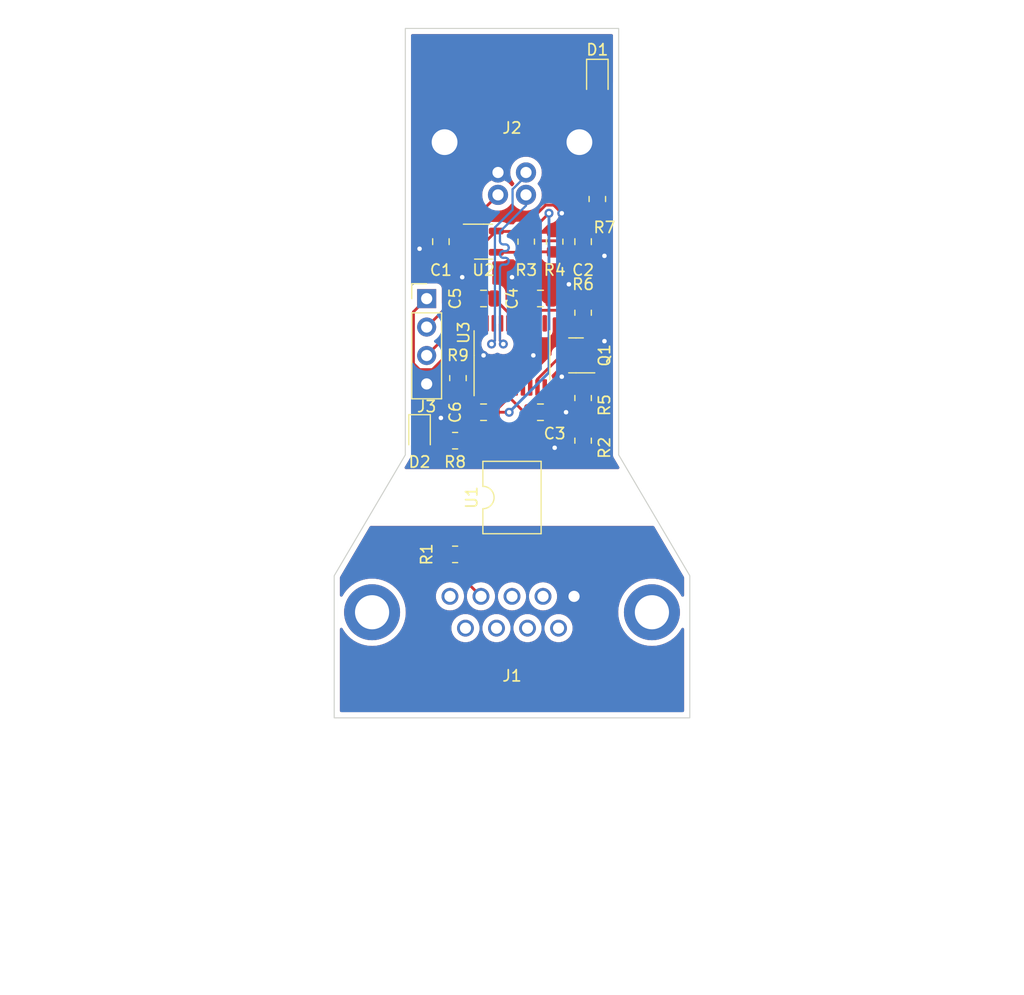
<source format=kicad_pcb>
(kicad_pcb (version 20210824) (generator pcbnew)
  (layers (0 "F.Cu" signal) (31 "B.Cu" signal) (34 "B.Paste" user) (35 "F.Paste" user) (36 "B.SilkS" user "B.Silkscreen") (37 "F.SilkS" user "F.Silkscreen") (38 "B.Mask" user) (39 "F.Mask" user) (44 "Edge.Cuts" user))
  (net 0 "")
  (net 1 "+5V")
  (net 2 "GND")
  (net 3 "+3V3")
  (net 4 "LED")
  (net 6 "OSC_TX")
  (net 7 "OSC_RX")
  (net 9 "GNDS")
  (net 11 "OSC_CTS")
  (net 12 "OSC_RTS")
  (net 14 "D-")
  (net 15 "D+")
  (net 16 "TX")
  (net 17 "SWDIO")
  (net 18 "SWCLK")
  (net 19 "Net-(Q1-Pad1)")
  (net 20 "RX")
  (net 21 "Net-(R1-Pad2)")
  (net 22 "Net-(R3-Pad2)")
  (net 23 "Net-(R9-Pad2)")
  (net 33 "Net-(D1-Pad2)")
  (net 34 "Net-(D2-Pad2)")
  (footprint "Capacitor_SMD:C_0805_2012Metric" (layer "F.Cu") (at 139.7 76.2 -90)
    (fp_text reference "C1" (at 2.54 0 180) (layer "F.SilkS"))
    (fp_text value "1u")
    (fp_line (start -0.261252 0.735) (end 0.261252 0.735) (layer "F.SilkS") (width 0.12))
    (fp_line (start -0.261252 -0.735) (end 0.261252 -0.735) (layer "F.SilkS") (width 0.12))
    (pad "1" smd roundrect locked (at -0.95 0 270) (size 1 1.45) (layers "F.Cu" "F.Paste" "F.Mask") (net 1 "+5V"))
    (pad "2" smd roundrect locked (at 0.95 0 270) (size 1 1.45) (layers "F.Cu" "F.Paste" "F.Mask") (net 2 "GND"))
  )
  (footprint "Capacitor_SMD:C_0805_2012Metric" (layer "F.Cu") (at 152.4 76.2 -90)
    (fp_text reference "C2" (at 2.54 0 180) (layer "F.SilkS"))
    (fp_text value "1u")
    (fp_line (start -0.261252 0.735) (end 0.261252 0.735) (layer "F.SilkS") (width 0.12))
    (fp_line (start -0.261252 -0.735) (end 0.261252 -0.735) (layer "F.SilkS") (width 0.12))
    (pad "1" smd roundrect locked (at -0.95 0 270) (size 1 1.45) (layers "F.Cu" "F.Paste" "F.Mask") (net 3 "+3V3"))
    (pad "2" smd roundrect locked (at 0.95 0 270) (size 1 1.45) (layers "F.Cu" "F.Paste" "F.Mask") (net 2 "GND"))
  )
  (footprint "misc:UJ2-BH-TH" (layer "F.Cu") (at 146.05 67.31 180)
    (fp_text reference "J2" (at 0 1.27 unlocked) (layer "F.SilkS"))
    (fp_text value "USB_B")
    (pad "1" thru_hole circle (at 1.25 -4.71 180) (size 1.8 1.8) (drill 1) (layers *.Cu *.Mask) (net 1 "+5V"))
    (pad "2" thru_hole circle (at -1.25 -4.71 180) (size 1.8 1.8) (drill 1) (layers *.Cu *.Mask) (net 14 "D-"))
    (pad "3" thru_hole circle (at -1.25 -2.71 180) (size 1.8 1.8) (drill 1) (layers *.Cu *.Mask) (net 15 "D+"))
    (pad "4" thru_hole circle (at 1.25 -2.71 180) (size 1.8 1.8) (drill 1) (layers *.Cu *.Mask) (net 2 "GND"))
    (pad "5" thru_hole circle (at 6.02 0 180) (size 4 4) (drill 2.3) (layers *.Cu *.Mask) (net 2 "GND"))
    (pad "5" thru_hole circle (at -6.02 0 180) (size 4 4) (drill 2.3) (layers *.Cu *.Mask) (net 2 "GND"))
  )
  (footprint "Package_SO:TSSOP-20_4.4x6.5mm_P0.65mm" (layer "F.Cu") (at 146.05 86.36 90)
    (fp_text reference "U3" (at 2.032 -4.318 90) (layer "F.SilkS"))
    (fp_text value "STM32F042F4Px")
    (fp_line (start 0 -3.385) (end 2.2 -3.385) (layer "F.SilkS") (width 0.12))
    (fp_line (start 0 3.385) (end 2.2 3.385) (layer "F.SilkS") (width 0.12))
    (fp_line (start 0 -3.385) (end -3.6 -3.385) (layer "F.SilkS") (width 0.12))
    (fp_line (start 0 3.385) (end -2.2 3.385) (layer "F.SilkS") (width 0.12))
    (pad "1" smd roundrect locked (at -2.8625 -2.925 90) (size 1.475 0.4) (layers "F.Cu" "F.Paste" "F.Mask") (net 23 "Net-(R9-Pad2)"))
    (pad "2" smd roundrect locked (at -2.8625 -2.275 90) (size 1.475 0.4) (layers "F.Cu" "F.Paste" "F.Mask"))
    (pad "3" smd roundrect locked (at -2.8625 -1.625 90) (size 1.475 0.4) (layers "F.Cu" "F.Paste" "F.Mask"))
    (pad "4" smd roundrect locked (at -2.8625 -0.975 90) (size 1.475 0.4) (layers "F.Cu" "F.Paste" "F.Mask"))
    (pad "5" smd roundrect locked (at -2.8625 -0.325 90) (size 1.475 0.4) (layers "F.Cu" "F.Paste" "F.Mask") (net 3 "+3V3"))
    (pad "6" smd roundrect locked (at -2.8625 0.325 90) (size 1.475 0.4) (layers "F.Cu" "F.Paste" "F.Mask") (net 4 "LED"))
    (pad "7" smd roundrect locked (at -2.8625 0.975 90) (size 1.475 0.4) (layers "F.Cu" "F.Paste" "F.Mask"))
    (pad "8" smd roundrect locked (at -2.8625 1.625 90) (size 1.475 0.4) (layers "F.Cu" "F.Paste" "F.Mask") (net 16 "TX"))
    (pad "9" smd roundrect locked (at -2.8625 2.275 90) (size 1.475 0.4) (layers "F.Cu" "F.Paste" "F.Mask") (net 20 "RX"))
    (pad "10" smd roundrect locked (at -2.8625 2.925 90) (size 1.475 0.4) (layers "F.Cu" "F.Paste" "F.Mask"))
    (pad "11" smd roundrect locked (at 2.8625 2.925 90) (size 1.475 0.4) (layers "F.Cu" "F.Paste" "F.Mask"))
    (pad "12" smd roundrect locked (at 2.8625 2.275 90) (size 1.475 0.4) (layers "F.Cu" "F.Paste" "F.Mask"))
    (pad "13" smd roundrect locked (at 2.8625 1.625 90) (size 1.475 0.4) (layers "F.Cu" "F.Paste" "F.Mask"))
    (pad "14" smd roundrect locked (at 2.8625 0.975 90) (size 1.475 0.4) (layers "F.Cu" "F.Paste" "F.Mask"))
    (pad "15" smd roundrect locked (at 2.8625 0.325 90) (size 1.475 0.4) (layers "F.Cu" "F.Paste" "F.Mask") (net 2 "GND"))
    (pad "16" smd roundrect locked (at 2.8625 -0.325 90) (size 1.475 0.4) (layers "F.Cu" "F.Paste" "F.Mask") (net 3 "+3V3"))
    (pad "17" smd roundrect locked (at 2.8625 -0.975 90) (size 1.475 0.4) (layers "F.Cu" "F.Paste" "F.Mask") (net 14 "D-"))
    (pad "18" smd roundrect locked (at 2.8625 -1.625 90) (size 1.475 0.4) (layers "F.Cu" "F.Paste" "F.Mask") (net 15 "D+"))
    (pad "19" smd roundrect locked (at 2.8625 -2.275 90) (size 1.475 0.4) (layers "F.Cu" "F.Paste" "F.Mask") (net 17 "SWDIO"))
    (pad "20" smd roundrect locked (at 2.8625 -2.925 90) (size 1.475 0.4) (layers "F.Cu" "F.Paste" "F.Mask") (net 18 "SWCLK"))
  )
  (footprint "Package_TO_SOT_SMD:SOT-23" (layer "F.Cu") (at 151.765 86.36 180)
    (fp_text reference "Q1" (at -2.54 0 90) (layer "F.SilkS"))
    (fp_text value "MMBTA06")
    (fp_line (start 0 -1.56) (end 0.65 -1.56) (layer "F.SilkS") (width 0.12))
    (fp_line (start 0 1.56) (end 0.65 1.56) (layer "F.SilkS") (width 0.12))
    (fp_line (start 0 1.56) (end -0.65 1.56) (layer "F.SilkS") (width 0.12))
    (fp_line (start 0 -1.56) (end -1.675 -1.56) (layer "F.SilkS") (width 0.12))
    (pad "1" smd roundrect locked (at -0.9375 -0.95 180) (size 1.475 0.6) (layers "F.Cu" "F.Paste" "F.Mask") (net 19 "Net-(Q1-Pad1)"))
    (pad "2" smd roundrect locked (at -0.9375 0.95 180) (size 1.475 0.6) (layers "F.Cu" "F.Paste" "F.Mask") (net 2 "GND"))
    (pad "3" smd roundrect locked (at 0.9375 0 180) (size 1.475 0.6) (layers "F.Cu" "F.Paste" "F.Mask") (net 20 "RX"))
  )
  (footprint "misc:A-DS 09 A_KG-T4S" (layer "F.Cu") (at 146.05 113.57)
    (fp_text reference "J1" (at 0 1.42 unlocked) (layer "F.SilkS"))
    (fp_text value "DB9_Male")
    (pad "0" thru_hole circle (at -12.495 -4.26) (size 5 5) (drill 3.05) (layers *.Cu *.Mask))
    (pad "0" thru_hole circle (at 12.495 -4.26) (size 5 5) (drill 3.05) (layers *.Cu *.Mask))
    (pad "1" thru_hole circle (at -5.54 -5.68) (size 1.5 1.5) (drill 1) (layers *.Cu *.Mask))
    (pad "2" thru_hole circle (at -2.77 -5.68) (size 1.5 1.5) (drill 1) (layers *.Cu *.Mask) (net 6 "OSC_TX"))
    (pad "3" thru_hole circle (at 0 -5.68) (size 1.5 1.5) (drill 1) (layers *.Cu *.Mask) (net 7 "OSC_RX"))
    (pad "4" thru_hole circle (at 2.77 -5.68) (size 1.5 1.5) (drill 1) (layers *.Cu *.Mask))
    (pad "5" thru_hole circle (at 5.54 -5.68) (size 1.5 1.5) (drill 1) (layers *.Cu *.Mask) (net 9 "GNDS"))
    (pad "6" thru_hole circle (at -4.155 -2.84) (size 1.5 1.5) (drill 1) (layers *.Cu *.Mask))
    (pad "7" thru_hole circle (at -1.385 -2.84) (size 1.5 1.5) (drill 1) (layers *.Cu *.Mask) (net 11 "OSC_CTS"))
    (pad "8" thru_hole circle (at 1.385 -2.84) (size 1.5 1.5) (drill 1) (layers *.Cu *.Mask) (net 12 "OSC_RTS"))
    (pad "9" thru_hole circle (at 4.155 -2.84) (size 1.5 1.5) (drill 1) (layers *.Cu *.Mask))
  )
  (footprint "LED_SMD:LED_0805_2012Metric" (layer "F.Cu") (at 137.795 93.345 -90)
    (fp_text reference "D2" (at 2.54 0 180) (layer "F.SilkS"))
    (fp_text value "LED")
    (fp_line (start -1.685 0.96) (end 1 0.96) (layer "F.SilkS") (width 0.12))
    (fp_line (start 1 -0.96) (end -1.685 -0.96) (layer "F.SilkS") (width 0.12))
    (fp_line (start -1.685 -0.96) (end -1.685 0.96) (layer "F.SilkS") (width 0.12))
    (pad "1" smd roundrect locked (at -0.9375 0 270) (size 0.975 1.4) (layers "F.Cu" "F.Paste" "F.Mask") (net 4 "LED"))
    (pad "2" smd roundrect locked (at 0.9375 0 270) (size 0.975 1.4) (layers "F.Cu" "F.Paste" "F.Mask") (net 34 "Net-(D2-Pad2)"))
  )
  (footprint "Resistor_SMD:R_0805_2012Metric" (layer "F.Cu") (at 149.86 76.2 90)
    (fp_text reference "R4" (at -2.54 0 180) (layer "F.SilkS"))
    (fp_text value "4k7")
    (fp_line (start -0.227064 -0.735) (end 0.227064 -0.735) (layer "F.SilkS") (width 0.12))
    (fp_line (start -0.227064 0.735) (end 0.227064 0.735) (layer "F.SilkS") (width 0.12))
    (pad "1" smd roundrect locked (at -0.9125 0 90) (size 1.025 1.4) (layers "F.Cu" "F.Paste" "F.Mask") (roundrect_rratio 0.243902439) (net 22 "Net-(R3-Pad2)"))
    (pad "2" smd roundrect locked (at 0.9125 0 90) (size 1.025 1.4) (layers "F.Cu" "F.Paste" "F.Mask") (roundrect_rratio 0.243902439) (net 2 "GND"))
  )
  (footprint "Resistor_SMD:R_0805_2012Metric" (layer "F.Cu") (at 147.32 76.2 -90)
    (fp_text reference "R3" (at 2.54 0 180) (layer "F.SilkS"))
    (fp_text value "15k")
    (fp_line (start -0.227064 -0.735) (end 0.227064 -0.735) (layer "F.SilkS") (width 0.12))
    (fp_line (start -0.227064 0.735) (end 0.227064 0.735) (layer "F.SilkS") (width 0.12))
    (pad "1" smd roundrect locked (at -0.9125 0 270) (size 1.025 1.4) (layers "F.Cu" "F.Paste" "F.Mask") (roundrect_rratio 0.243902439) (net 3 "+3V3"))
    (pad "2" smd roundrect locked (at 0.9125 0 270) (size 1.025 1.4) (layers "F.Cu" "F.Paste" "F.Mask") (roundrect_rratio 0.243902439) (net 22 "Net-(R3-Pad2)"))
  )
  (footprint "Resistor_SMD:R_0805_2012Metric" (layer "F.Cu") (at 153.67 72.39 90)
    (fp_text reference "R7" (at -2.54 0.635 180) (layer "F.SilkS"))
    (fp_text value "1k")
    (fp_line (start -0.227064 -0.735) (end 0.227064 -0.735) (layer "F.SilkS") (width 0.12))
    (fp_line (start -0.227064 0.735) (end 0.227064 0.735) (layer "F.SilkS") (width 0.12))
    (pad "1" smd roundrect locked (at -0.9125 0 90) (size 1.025 1.4) (layers "F.Cu" "F.Paste" "F.Mask") (roundrect_rratio 0.243902439) (net 3 "+3V3"))
    (pad "2" smd roundrect locked (at 0.9125 0 90) (size 1.025 1.4) (layers "F.Cu" "F.Paste" "F.Mask") (roundrect_rratio 0.243902439) (net 33 "Net-(D1-Pad2)"))
  )
  (footprint "Resistor_SMD:R_0805_2012Metric" (layer "F.Cu") (at 152.4 93.98 -90)
    (fp_text reference "R2" (at 0.635 -1.905 -90) (layer "F.SilkS"))
    (fp_text value "1k")
    (fp_line (start -0.227064 0.735) (end 0.227064 0.735) (layer "F.SilkS") (width 0.12))
    (fp_line (start -0.227064 -0.735) (end 0.227064 -0.735) (layer "F.SilkS") (width 0.12))
    (pad "1" smd roundrect locked (at -0.9125 0 270) (size 1.025 1.4) (layers "F.Cu" "F.Paste" "F.Mask") (roundrect_rratio 0.243902439) (net 3 "+3V3"))
    (pad "2" smd roundrect locked (at 0.9125 0 270) (size 1.025 1.4) (layers "F.Cu" "F.Paste" "F.Mask") (roundrect_rratio 0.243902439) (net 19 "Net-(Q1-Pad1)"))
  )
  (footprint "Resistor_SMD:R_0805_2012Metric" (layer "F.Cu") (at 140.97 93.98 180)
    (fp_text reference "R8" (at 0 -1.905) (layer "F.SilkS"))
    (fp_text value "1k")
    (fp_line (start -0.227064 -0.735) (end 0.227064 -0.735) (layer "F.SilkS") (width 0.12))
    (fp_line (start -0.227064 0.735) (end 0.227064 0.735) (layer "F.SilkS") (width 0.12))
    (pad "1" smd roundrect locked (at -0.9125 0 180) (size 1.025 1.4) (layers "F.Cu" "F.Paste" "F.Mask") (roundrect_rratio 0.243902439) (net 3 "+3V3"))
    (pad "2" smd roundrect locked (at 0.9125 0 180) (size 1.025 1.4) (layers "F.Cu" "F.Paste" "F.Mask") (roundrect_rratio 0.243902439) (net 34 "Net-(D2-Pad2)"))
  )
  (footprint "Resistor_SMD:R_0805_2012Metric" (layer "F.Cu") (at 152.4 90.17 90)
    (fp_text reference "R5" (at -0.635 1.905 90) (layer "F.SilkS"))
    (fp_text value "1k")
    (fp_line (start -0.227064 0.735) (end 0.227064 0.735) (layer "F.SilkS") (width 0.12))
    (fp_line (start -0.227064 -0.735) (end 0.227064 -0.735) (layer "F.SilkS") (width 0.12))
    (pad "1" smd roundrect locked (at -0.9125 0 90) (size 1.025 1.4) (layers "F.Cu" "F.Paste" "F.Mask") (roundrect_rratio 0.243902439) (net 3 "+3V3"))
    (pad "2" smd roundrect locked (at 0.9125 0 90) (size 1.025 1.4) (layers "F.Cu" "F.Paste" "F.Mask") (roundrect_rratio 0.243902439) (net 19 "Net-(Q1-Pad1)"))
  )
  (footprint "Resistor_SMD:R_0805_2012Metric" (layer "F.Cu") (at 140.97 104.14)
    (fp_text reference "R1" (at -2.54 0 90) (layer "F.SilkS"))
    (fp_text value "1k")
    (fp_line (start -0.227064 -0.735) (end 0.227064 -0.735) (layer "F.SilkS") (width 0.12))
    (fp_line (start -0.227064 0.735) (end 0.227064 0.735) (layer "F.SilkS") (width 0.12))
    (pad "1" smd roundrect locked (at -0.9125 0) (size 1.025 1.4) (layers "F.Cu" "F.Paste" "F.Mask") (roundrect_rratio 0.243902439) (net 6 "OSC_TX"))
    (pad "2" smd roundrect locked (at 0.9125 0) (size 1.025 1.4) (layers "F.Cu" "F.Paste" "F.Mask") (roundrect_rratio 0.243902439) (net 21 "Net-(R1-Pad2)"))
  )
  (footprint "Resistor_SMD:R_0805_2012Metric" (layer "F.Cu") (at 141.224 88.392 -90)
    (fp_text reference "R9" (at -2.032 0 180) (layer "F.SilkS"))
    (fp_text value "10k")
    (fp_line (start -0.227064 0.735) (end 0.227064 0.735) (layer "F.SilkS") (width 0.12))
    (fp_line (start -0.227064 -0.735) (end 0.227064 -0.735) (layer "F.SilkS") (width 0.12))
    (pad "1" smd roundrect locked (at -0.9125 0 270) (size 1.025 1.4) (layers "F.Cu" "F.Paste" "F.Mask") (roundrect_rratio 0.243902) (net 2 "GND"))
    (pad "2" smd roundrect locked (at 0.9125 0 270) (size 1.025 1.4) (layers "F.Cu" "F.Paste" "F.Mask") (roundrect_rratio 0.243902) (net 23 "Net-(R9-Pad2)"))
  )
  (footprint "Capacitor_SMD:C_0805_2012Metric" (layer "F.Cu") (at 148.59 91.44)
    (fp_text reference "C3" (at 1.27 1.905) (layer "F.SilkS"))
    (fp_text value "1u")
    (fp_line (start -0.261252 -0.735) (end 0.261252 -0.735) (layer "F.SilkS") (width 0.12))
    (fp_line (start -0.261252 0.735) (end 0.261252 0.735) (layer "F.SilkS") (width 0.12))
    (pad "1" smd roundrect locked (at -0.95 0) (size 1 1.45) (layers "F.Cu" "F.Paste" "F.Mask") (net 3 "+3V3"))
    (pad "2" smd roundrect locked (at 0.95 0) (size 1 1.45) (layers "F.Cu" "F.Paste" "F.Mask") (net 2 "GND"))
  )
  (footprint "Connector_PinHeader_2.54mm:PinHeader_1x04_P2.54mm_Vertical" (layer "F.Cu") (at 138.43 81.29)
    (fp_text reference "J3" (at 0 9.642) (layer "F.SilkS"))
    (fp_text value "Conn_01x04")
    (fp_line (start -1.33 1.27) (end -1.33 8.95) (layer "F.SilkS") (width 0.12))
    (fp_line (start -1.33 8.95) (end 1.33 8.95) (layer "F.SilkS") (width 0.12))
    (fp_line (start -1.33 -1.33) (end 0 -1.33) (layer "F.SilkS") (width 0.12))
    (fp_line (start -1.33 1.27) (end 1.33 1.27) (layer "F.SilkS") (width 0.12))
    (fp_line (start -1.33 0) (end -1.33 -1.33) (layer "F.SilkS") (width 0.12))
    (fp_line (start 1.33 1.27) (end 1.33 8.95) (layer "F.SilkS") (width 0.12))
    (pad "1" thru_hole rect locked (at 0 0) (size 1.7 1.7) (drill 1) (layers *.Cu *.Mask) (net 16 "TX"))
    (pad "2" thru_hole oval locked (at 0 2.54) (size 1.7 1.7) (drill 1) (layers *.Cu *.Mask) (net 17 "SWDIO"))
    (pad "3" thru_hole oval locked (at 0 5.08) (size 1.7 1.7) (drill 1) (layers *.Cu *.Mask) (net 18 "SWCLK"))
    (pad "4" thru_hole oval locked (at 0 7.62) (size 1.7 1.7) (drill 1) (layers *.Cu *.Mask) (net 2 "GND"))
  )
  (footprint "LED_SMD:LED_0805_2012Metric" (layer "F.Cu") (at 153.67 61.595 -90)
    (fp_text reference "D1" (at -2.54 0 180) (layer "F.SilkS"))
    (fp_text value "LED")
    (fp_line (start -1.685 -0.96) (end -1.685 0.96) (layer "F.SilkS") (width 0.12))
    (fp_line (start -1.685 0.96) (end 1 0.96) (layer "F.SilkS") (width 0.12))
    (fp_line (start 1 -0.96) (end -1.685 -0.96) (layer "F.SilkS") (width 0.12))
    (pad "1" smd roundrect locked (at -0.9375 0 270) (size 0.975 1.4) (layers "F.Cu" "F.Paste" "F.Mask") (net 2 "GND"))
    (pad "2" smd roundrect locked (at 0.9375 0 270) (size 0.975 1.4) (layers "F.Cu" "F.Paste" "F.Mask") (net 33 "Net-(D1-Pad2)"))
  )
  (footprint "Capacitor_SMD:C_0805_2012Metric" (layer "F.Cu") (at 143.51 91.44 180)
    (fp_text reference "C6" (at 2.54 0 90) (layer "F.SilkS"))
    (fp_text value "10n")
    (fp_line (start -0.261252 0.735) (end 0.261252 0.735) (layer "F.SilkS") (width 0.12))
    (fp_line (start -0.261252 -0.735) (end 0.261252 -0.735) (layer "F.SilkS") (width 0.12))
    (pad "1" smd roundrect locked (at -0.95 0 180) (size 1 1.45) (layers "F.Cu" "F.Paste" "F.Mask") (net 3 "+3V3"))
    (pad "2" smd roundrect locked (at 0.95 0 180) (size 1 1.45) (layers "F.Cu" "F.Paste" "F.Mask") (net 2 "GND"))
  )
  (footprint "Package_DIP:SMDIP-4_W9.53mm" (layer "F.Cu") (at 146.05 99.06 90)
    (fp_text reference "U1" (at 0 -3.6 90) (layer "F.SilkS"))
    (fp_text value "140817143300")
    (fp_line (start 3.235 -2.6) (end 1 -2.6) (layer "F.SilkS") (width 0.12))
    (fp_line (start -1 -2.6) (end -3.235 -2.6) (layer "F.SilkS") (width 0.12))
    (fp_line (start -3.235 -2.6) (end -3.235 2.6) (layer "F.SilkS") (width 0.12))
    (fp_line (start 3.235 2.6) (end 3.235 -2.6) (layer "F.SilkS") (width 0.12))
    (fp_line (start -3.235 2.6) (end 3.235 2.6) (layer "F.SilkS") (width 0.12))
    (fp_arc (start 0 -2.6) (end -1 -2.6) (angle -180) (layer "F.SilkS") (width 0.12))
    (pad "1" smd rect locked (at -4.765 -1.27 90) (size 2 1.78) (layers "F.Cu" "F.Paste" "F.Mask") (net 21 "Net-(R1-Pad2)"))
    (pad "2" smd rect locked (at -4.765 1.27 90) (size 2 1.78) (layers "F.Cu" "F.Paste" "F.Mask") (net 9 "GNDS"))
    (pad "3" smd rect locked (at 4.765 1.27 90) (size 2 1.78) (layers "F.Cu" "F.Paste" "F.Mask") (net 2 "GND"))
    (pad "4" smd rect locked (at 4.765 -1.27 90) (size 2 1.78) (layers "F.Cu" "F.Paste" "F.Mask") (net 19 "Net-(Q1-Pad1)"))
  )
  (footprint "Capacitor_SMD:C_0805_2012Metric" (layer "F.Cu") (at 148.59 81.28)
    (fp_text reference "C4" (at -2.54 0 90) (layer "F.SilkS"))
    (fp_text value "4u7")
    (fp_line (start -0.261252 -0.735) (end 0.261252 -0.735) (layer "F.SilkS") (width 0.12))
    (fp_line (start -0.261252 0.735) (end 0.261252 0.735) (layer "F.SilkS") (width 0.12))
    (pad "1" smd roundrect locked (at -0.95 0) (size 1 1.45) (layers "F.Cu" "F.Paste" "F.Mask") (net 3 "+3V3"))
    (pad "2" smd roundrect locked (at 0.95 0) (size 1 1.45) (layers "F.Cu" "F.Paste" "F.Mask") (net 2 "GND"))
  )
  (footprint "Capacitor_SMD:C_0805_2012Metric" (layer "F.Cu") (at 143.51 81.28 180)
    (fp_text reference "C5" (at 2.54 0 90) (layer "F.SilkS"))
    (fp_text value "100n")
    (fp_line (start -0.261252 0.735) (end 0.261252 0.735) (layer "F.SilkS") (width 0.12))
    (fp_line (start -0.261252 -0.735) (end 0.261252 -0.735) (layer "F.SilkS") (width 0.12))
    (pad "1" smd roundrect locked (at -0.95 0 180) (size 1 1.45) (layers "F.Cu" "F.Paste" "F.Mask") (net 3 "+3V3"))
    (pad "2" smd roundrect locked (at 0.95 0 180) (size 1 1.45) (layers "F.Cu" "F.Paste" "F.Mask") (net 2 "GND"))
  )
  (footprint "Package_TO_SOT_SMD:SOT-23-5" (layer "F.Cu") (at 143.51 76.2)
    (fp_text reference "U2" (at 0 2.54) (layer "F.SilkS"))
    (fp_text value "AP7335")
    (fp_line (start 0 -1.56) (end 0.8 -1.56) (layer "F.SilkS") (width 0.12))
    (fp_line (start 0 1.56) (end 0.8 1.56) (layer "F.SilkS") (width 0.12))
    (fp_line (start 0 -1.56) (end -1.8 -1.56) (layer "F.SilkS") (width 0.12))
    (fp_line (start 0 1.56) (end -0.8 1.56) (layer "F.SilkS") (width 0.12))
    (pad "1" smd roundrect locked (at -1.1375 -0.95) (size 1.325 0.6) (layers "F.Cu" "F.Paste" "F.Mask") (net 1 "+5V"))
    (pad "2" smd roundrect locked (at -1.1375 0) (size 1.325 0.6) (layers "F.Cu" "F.Paste" "F.Mask") (net 2 "GND"))
    (pad "3" smd roundrect locked (at -1.1375 0.95) (size 1.325 0.6) (layers "F.Cu" "F.Paste" "F.Mask") (net 1 "+5V"))
    (pad "4" smd roundrect locked (at 1.1375 0.95) (size 1.325 0.6) (layers "F.Cu" "F.Paste" "F.Mask") (net 22 "Net-(R3-Pad2)"))
    (pad "5" smd roundrect locked (at 1.1375 -0.95) (size 1.325 0.6) (layers "F.Cu" "F.Paste" "F.Mask") (net 3 "+3V3"))
  )
  (footprint "Resistor_SMD:R_0805_2012Metric" (layer "F.Cu") (at 152.4 82.55 -90)
    (fp_text reference "R6" (at -2.54 0) (layer "F.SilkS"))
    (fp_text value "1k")
    (fp_line (start -0.227064 -0.735) (end 0.227064 -0.735) (layer "F.SilkS") (width 0.12))
    (fp_line (start -0.227064 0.735) (end 0.227064 0.735) (layer "F.SilkS") (width 0.12))
    (pad "1" smd roundrect locked (at -0.9125 0 270) (size 1.025 1.4) (layers "F.Cu" "F.Paste" "F.Mask") (roundrect_rratio 0.243902439) (net 3 "+3V3"))
    (pad "2" smd roundrect locked (at 0.9125 0 270) (size 1.025 1.4) (layers "F.Cu" "F.Paste" "F.Mask") (roundrect_rratio 0.243902439) (net 20 "RX"))
  )
  (gr_poly (pts (xy 155.575 95.25) (xy 161.925 106.045) (xy 161.925 118.745) (xy 130.175 118.745) (xy 130.175 106.045) (xy 136.525 95.25) (xy 136.525 57.15) (xy 155.575 57.15)) (layer "Edge.Cuts") (width 0.1) (fill none))
  (segment (start 141.29 76.73) (end 141.29 75.25) (width 0.25) (layer "F.Cu") (net 1))
  (segment (start 144.8 72.02) (end 142.3725 74.4475) (width 0.25) (layer "F.Cu") (net 1))
  (segment (start 142.3725 74.4475) (end 142.3725 75.25) (width 0.25) (layer "F.Cu") (net 1))
  (segment (start 139.7 75.25) (end 141.29 75.25) (width 0.25) (layer "F.Cu") (net 1))
  (segment (start 142.3725 77.15) (end 141.71 77.15) (width 0.25) (layer "F.Cu") (net 1))
  (segment (start 141.71 77.15) (end 141.29 76.73) (width 0.25) (layer "F.Cu") (net 1))
  (segment (start 141.29 75.25) (end 142.3725 75.25) (width 0.25) (layer "F.Cu") (net 1))
  (segment (start 141.224 87.4795) (end 139.8605 87.4795) (width 0.25) (layer "F.Cu") (net 2))
  (segment (start 146.375 83.4975) (end 146.375 84.78) (width 0.25) (layer "F.Cu") (net 2))
  (segment (start 149.051897 72.935489) (end 149.770489 72.935489) (width 0.25) (layer "F.Cu") (net 2))
  (segment (start 147.955 74.295) (end 147.955 74.032386) (width 0.25) (layer "F.Cu") (net 2))
  (segment (start 143.51 74.93) (end 144.145 74.295) (width 0.25) (layer "F.Cu") (net 2))
  (segment (start 149.770489 72.935489) (end 150.495 73.66) (width 0.25) (layer "F.Cu") (net 2))
  (segment (start 142.3725 76.2) (end 143.035 76.2) (width 0.25) (layer "F.Cu") (net 2))
  (segment (start 146.375 84.78) (end 147.955 86.36) (width 0.25) (layer "F.Cu") (net 2))
  (segment (start 144.145 74.295) (end 147.955 74.295) (width 0.25) (layer "F.Cu") (net 2))
  (segment (start 147.955 74.032386) (end 149.051897 72.935489) (width 0.25) (layer "F.Cu") (net 2))
  (segment (start 143.51 75.725) (end 143.51 74.93) (width 0.25) (layer "F.Cu") (net 2))
  (segment (start 139.8605 87.4795) (end 138.43 88.91) (width 0.25) (layer "F.Cu") (net 2))
  (segment (start 143.035 76.2) (end 143.51 75.725) (width 0.25) (layer "F.Cu") (net 2))
  (via (at 143.51 86.36) (size 0.8) (drill 0.4) (layers "F.Cu" "B.Cu") (net 2))
  (via (at 146.05 79.375) (size 0.8) (drill 0.4) (layers "F.Cu" "B.Cu") (net 2))
  (via (at 137.795 76.835) (size 0.8) (drill 0.4) (layers "F.Cu" "B.Cu") (net 2))
  (via (at 149.86 94.615) (size 0.8) (drill 0.4) (layers "F.Cu" "B.Cu") (net 2))
  (via (at 150.495 88.265) (size 0.8) (drill 0.4) (layers "F.Cu" "B.Cu") (net 2))
  (via (at 150.876 91.44) (size 0.8) (drill 0.4) (layers "F.Cu" "B.Cu") (net 2))
  (via (at 154.305 77.47) (size 0.8) (drill 0.4) (layers "F.Cu" "B.Cu") (net 2))
  (via (at 147.955 86.36) (size 0.8) (drill 0.4) (layers "F.Cu" "B.Cu") (net 2))
  (via (at 151.13 80.01) (size 0.8) (drill 0.4) (layers "F.Cu" "B.Cu") (net 2))
  (via (at 150.495 73.66) (size 0.8) (drill 0.4) (layers "F.Cu" "B.Cu") (net 2))
  (via (at 141.605 79.375) (size 0.8) (drill 0.4) (layers "F.Cu" "B.Cu") (net 2))
  (via (at 154.305 85.09) (size 0.8) (drill 0.4) (layers "F.Cu" "B.Cu") (net 2))
  (via (at 139.7 91.948) (size 0.8) (drill 0.4) (layers "F.Cu" "B.Cu") (net 2))
  (segment (start 147.32 75.2875) (end 148.15702 76.12452) (width 0.25) (layer "F.Cu") (net 3))
  (segment (start 145.725 90.175) (end 145.725 89.2225) (width 0.25) (layer "F.Cu") (net 3))
  (segment (start 148.68952 92.48952) (end 147.64 91.44) (width 0.25) (layer "F.Cu") (net 3))
  (segment (start 144.46 81.28) (end 143.66048 80.48048) (width 0.25) (layer "F.Cu") (net 3))
  (segment (start 148.15702 76.12452) (end 151.52548 76.12452) (width 0.25) (layer "F.Cu") (net 3))
  (segment (start 147.14 91.44) (end 145.725 90.025) (width 0.25) (layer "F.Cu") (net 3))
  (segment (start 144.46 91.44) (end 145.796 91.44) (width 0.25) (layer "F.Cu") (net 3))
  (segment (start 144.46 91.44) (end 145.725 90.175) (width 0.25) (layer "F.Cu") (net 3))
  (segment (start 150.99298 92.48952) (end 148.68952 92.48952) (width 0.25) (layer "F.Cu") (net 3))
  (segment (start 152.4 81.6375) (end 151.70798 82.32952) (width 0.25) (layer "F.Cu") (net 3))
  (segment (start 147.64 91.44) (end 147.14 91.44) (width 0.25) (layer "F.Cu") (net 3))
  (segment (start 151.70798 82.32952) (end 148.68952 82.32952) (width 0.25) (layer "F.Cu") (net 3))
  (segment (start 145.725 90.025) (end 145.725 89.2225) (width 0.25) (layer "F.Cu") (net 3))
  (segment (start 147.7245 75.2875) (end 147.32 75.2875) (width 0.25) (layer "F.Cu") (net 3))
  (segment (start 149.352 73.66) (end 147.7245 75.2875) (width 0.25) (layer "F.Cu") (net 3))
  (segment (start 151.52548 76.12452) (end 152.4 75.25) (width 0.25) (layer "F.Cu") (net 3))
  (segment (start 143.66048 76.23702) (end 144.6475 75.25) (width 0.25) (layer "F.Cu") (net 3))
  (segment (start 152.4 74.5725) (end 153.67 73.3025) (width 0.25) (layer "F.Cu") (net 3))
  (segment (start 143.66048 80.48048) (end 143.66048 76.23702) (width 0.25) (layer "F.Cu") (net 3))
  (segment (start 145.725 82.76) (end 147.205 81.28) (width 0.25) (layer "F.Cu") (net 3))
  (segment (start 141.92 93.98) (end 144.46 91.44) (width 0.25) (layer "F.Cu") (net 3))
  (segment (start 152.4 93.0675) (end 152.4 91.0825) (width 0.25) (layer "F.Cu") (net 3))
  (segment (start 147.32 75.2875) (end 144.685 75.2875) (width 0.25) (layer "F.Cu") (net 3))
  (segment (start 145.725 83.4975) (end 145.725 82.76) (width 0.25) (layer "F.Cu") (net 3))
  (segment (start 148.68952 82.32952) (end 147.64 81.28) (width 0.25) (layer "F.Cu") (net 3))
  (segment (start 152.4 91.0825) (end 150.99298 92.48952) (width 0.25) (layer "F.Cu") (net 3))
  (segment (start 147.205 81.28) (end 147.64 81.28) (width 0.25) (layer "F.Cu") (net 3))
  (segment (start 141.8825 93.98) (end 141.92 93.98) (width 0.25) (layer "F.Cu") (net 3))
  (segment (start 145.725 82.545) (end 144.46 81.28) (width 0.25) (layer "F.Cu") (net 3))
  (segment (start 144.685 75.2875) (end 144.6475 75.25) (width 0.25) (layer "F.Cu") (net 3))
  (segment (start 152.4 75.25) (end 152.4 74.5725) (width 0.25) (layer "F.Cu") (net 3))
  (segment (start 145.725 83.4975) (end 145.725 82.545) (width 0.25) (layer "F.Cu") (net 3))
  (via (at 149.352 73.66) (size 0.8) (drill 0.4) (layers "F.Cu" "B.Cu") (net 3))
  (via (at 145.796 91.44) (size 0.8) (drill 0.4) (layers "F.Cu" "B.Cu") (net 3))
  (segment (start 145.796 91.44) (end 149.352 87.884) (width 0.25) (layer "B.Cu") (net 3))
  (segment (start 149.352 87.884) (end 149.352 73.66) (width 0.25) (layer "B.Cu") (net 3))
  (segment (start 139.7 88.9) (end 139.7 90.5025) (width 0.25) (layer "F.Cu") (net 4))
  (segment (start 146.375 89.2225) (end 146.375 88.485) (width 0.25) (layer "F.Cu") (net 4))
  (segment (start 146.375 88.485) (end 146.05048 88.16048) (width 0.25) (layer "F.Cu") (net 4))
  (segment (start 141.843566 88.392) (end 140.208 88.392) (width 0.25) (layer "F.Cu") (net 4))
  (segment (start 139.7 90.5025) (end 137.795 92.4075) (width 0.25) (layer "F.Cu") (net 4))
  (segment (start 142.075086 88.16048) (end 141.843566 88.392) (width 0.25) (layer "F.Cu") (net 4))
  (segment (start 140.208 88.392) (end 139.7 88.9) (width 0.25) (layer "F.Cu") (net 4))
  (segment (start 146.05048 88.16048) (end 142.075086 88.16048) (width 0.25) (layer "F.Cu") (net 4))
  (segment (start 140.0575 104.6675) (end 140.0575 104.14) (width 0.25) (layer "F.Cu") (net 6))
  (segment (start 143.28 107.89) (end 140.0575 104.6675) (width 0.25) (layer "F.Cu") (net 6))
  (segment (start 144.975001 85.046538) (end 145.275 85.346537) (width 0.2) (layer "F.Cu") (net 14))
  (segment (start 144.975001 83.597499) (end 144.975001 85.046538) (width 0.2) (layer "F.Cu") (net 14))
  (segment (start 145.075 83.4975) (end 144.975001 83.597499) (width 0.2) (layer "F.Cu") (net 14))
  (via (at 145.275 85.346537) (size 0.8) (drill 0.4) (layers "F.Cu" "B.Cu") (net 14))
  (segment (start 147.3 72.9822) (end 147.3 72.02) (width 0.2) (layer "B.Cu") (net 14))
  (segment (start 144.975001 76.144999) (end 144.975001 76.094999) (width 0.2) (layer "B.Cu") (net 14))
  (segment (start 145.4634 77.644999) (end 145.275001 77.644999) (width 0.2) (layer "B.Cu") (net 14))
  (segment (start 145.4634 76.444999) (end 145.275001 76.444999) (width 0.2) (layer "B.Cu") (net 14))
  (segment (start 144.975001 75.307199) (end 147.3 72.9822) (width 0.2) (layer "B.Cu") (net 14))
  (segment (start 144.975001 85.046538) (end 144.975001 78.544999) (width 0.2) (layer "B.Cu") (net 14))
  (segment (start 144.975001 76.094999) (end 144.975001 75.307199) (width 0.2) (layer "B.Cu") (net 14))
  (segment (start 145.275001 78.244999) (end 145.4634 78.244999) (width 0.2) (layer "B.Cu") (net 14))
  (segment (start 145.275 85.346537) (end 144.975001 85.046538) (width 0.2) (layer "B.Cu") (net 14))
  (segment (start 145.275001 77.044999) (end 145.4634 77.044999) (width 0.2) (layer "B.Cu") (net 14))
  (arc (start 145.275001 76.444999) (mid 145.062869 76.357131) (end 144.975001 76.144999) (width 0.2) (layer "B.Cu") (net 14))
  (arc (start 145.275001 77.644999) (mid 145.062869 77.557131) (end 144.975001 77.344999) (width 0.2) (layer "B.Cu") (net 14))
  (arc (start 145.4634 77.044999) (mid 145.675532 76.957131) (end 145.7634 76.744999) (width 0.2) (layer "B.Cu") (net 14))
  (arc (start 145.7634 76.744999) (mid 145.675532 76.532867) (end 145.4634 76.444999) (width 0.2) (layer "B.Cu") (net 14))
  (arc (start 145.7634 77.944999) (mid 145.675532 77.732867) (end 145.4634 77.644999) (width 0.2) (layer "B.Cu") (net 14))
  (arc (start 144.975001 77.344999) (mid 145.062869 77.132867) (end 145.275001 77.044999) (width 0.2) (layer "B.Cu") (net 14))
  (arc (start 144.975001 78.544999) (mid 145.062869 78.332867) (end 145.275001 78.244999) (width 0.2) (layer "B.Cu") (net 14))
  (arc (start 145.4634 78.244999) (mid 145.675532 78.157131) (end 145.7634 77.944999) (width 0.2) (layer "B.Cu") (net 14))
  (segment (start 144.524999 83.597499) (end 144.524999 85.046538) (width 0.2) (layer "F.Cu") (net 15))
  (segment (start 144.524999 85.046538) (end 144.225 85.346537) (width 0.2) (layer "F.Cu") (net 15))
  (segment (start 144.425 83.4975) (end 144.524999 83.597499) (width 0.2) (layer "F.Cu") (net 15))
  (via (at 144.225 85.346537) (size 0.8) (drill 0.4) (layers "F.Cu" "B.Cu") (net 15))
  (segment (start 146.85 70.47) (end 146.85 70.773634) (width 0.2) (layer "B.Cu") (net 15))
  (segment (start 146.100489 71.523145) (end 146.100489 73.355511) (width 0.2) (layer "B.Cu") (net 15))
  (segment (start 144.524999 74.931001) (end 144.524999 85.046538) (width 0.2) (layer "B.Cu") (net 15))
  (segment (start 146.85 70.773634) (end 146.100489 71.523145) (width 0.2) (layer "B.Cu") (net 15))
  (segment (start 147.3 70.02) (end 146.85 70.47) (width 0.2) (layer "B.Cu") (net 15))
  (segment (start 146.100489 73.355511) (end 144.524999 74.931001) (width 0.2) (layer "B.Cu") (net 15))
  (segment (start 144.524999 85.046538) (end 144.225 85.346537) (width 0.2) (layer "B.Cu") (net 15))
  (segment (start 142.52248 86.64248) (end 139.92552 86.64248) (width 0.25) (layer "F.Cu") (net 16))
  (segment (start 137.795 87.63) (end 137.255489 87.090489) (width 0.25) (layer "F.Cu") (net 16))
  (segment (start 139.92552 86.64248) (end 138.938 87.63) (width 0.25) (layer "F.Cu") (net 16))
  (segment (start 147.32 87.63) (end 143.51 87.63) (width 0.25) (layer "F.Cu") (net 16))
  (segment (start 137.255489 87.090489) (end 137.255489 82.464511) (width 0.25) (layer "F.Cu") (net 16))
  (segment (start 138.938 87.63) (end 137.795 87.63) (width 0.25) (layer "F.Cu") (net 16))
  (segment (start 147.675 89.2225) (end 147.675 87.985) (width 0.25) (layer "F.Cu") (net 16))
  (segment (start 147.675 87.985) (end 147.32 87.63) (width 0.25) (layer "F.Cu") (net 16))
  (segment (start 143.51 87.63) (end 142.52248 86.64248) (width 0.25) (layer "F.Cu") (net 16))
  (segment (start 137.255489 82.464511) (end 138.43 81.29) (width 0.25) (layer "F.Cu") (net 16))
  (segment (start 143.775 82.76) (end 143.775 83.4975) (width 0.25) (layer "F.Cu") (net 17))
  (segment (start 139.82452 82.43548) (end 143.45048 82.43548) (width 0.25) (layer "F.Cu") (net 17))
  (segment (start 138.43 83.83) (end 139.82452 82.43548) (width 0.25) (layer "F.Cu") (net 17))
  (segment (start 143.45048 82.43548) (end 143.775 82.76) (width 0.25) (layer "F.Cu") (net 17))
  (segment (start 141.3025 83.4975) (end 143.125 83.4975) (width 0.25) (layer "F.Cu") (net 18))
  (segment (start 138.43 86.37) (end 141.3025 83.4975) (width 0.25) (layer "F.Cu") (net 18))
  (segment (start 152.7025 87.31) (end 152.7025 88.955) (width 0.25) (layer "F.Cu") (net 19))
  (segment (start 153.42452 90.28202) (end 152.4 89.2575) (width 0.25) (layer "F.Cu") (net 19))
  (segment (start 144.78 94.295) (end 146.104511 92.970489) (width 0.25) (layer "F.Cu") (net 19))
  (segment (start 152.4 94.8925) (end 153.42452 93.86798) (width 0.25) (layer "F.Cu") (net 19))
  (segment (start 152.7025 88.955) (end 152.4 89.2575) (width 0.25) (layer "F.Cu") (net 19))
  (segment (start 150.477989 92.970489) (end 152.4 94.8925) (width 0.25) (layer "F.Cu") (net 19))
  (segment (start 146.104511 92.970489) (end 150.477989 92.970489) (width 0.25) (layer "F.Cu") (net 19))
  (segment (start 153.42452 93.86798) (end 153.42452 90.28202) (width 0.25) (layer "F.Cu") (net 19))
  (segment (start 152.4 83.4625) (end 150.8275 85.035) (width 0.25) (layer "F.Cu") (net 20))
  (segment (start 150.45 86.36) (end 150.8275 86.36) (width 0.25) (layer "F.Cu") (net 20))
  (segment (start 148.325 89.2225) (end 148.325 88.485) (width 0.25) (layer "F.Cu") (net 20))
  (segment (start 148.325 88.485) (end 150.45 86.36) (width 0.25) (layer "F.Cu") (net 20))
  (segment (start 150.8275 85.035) (end 150.8275 86.36) (width 0.25) (layer "F.Cu") (net 20))
  (segment (start 144.465 104.14) (end 144.78 103.825) (width 0.25) (layer "F.Cu") (net 21))
  (segment (start 141.8825 104.14) (end 144.465 104.14) (width 0.25) (layer "F.Cu") (net 21))
  (segment (start 147.32 77.1125) (end 149.86 77.1125) (width 0.25) (layer "F.Cu") (net 22))
  (segment (start 144.6475 77.15) (end 147.2825 77.15) (width 0.25) (layer "F.Cu") (net 22))
  (segment (start 147.2825 77.15) (end 147.32 77.1125) (width 0.25) (layer "F.Cu") (net 22))
  (segment (start 141.306 89.2225) (end 141.224 89.3045) (width 0.25) (layer "F.Cu") (net 23))
  (segment (start 143.125 89.2225) (end 141.306 89.2225) (width 0.25) (layer "F.Cu") (net 23))
  (segment (start 153.67 71.4775) (end 154.394511 70.752989) (width 0.25) (layer "F.Cu") (net 33))
  (segment (start 153.67 62.5325) (end 154.394511 63.257011) (width 0.25) (layer "F.Cu") (net 33))
  (segment (start 154.394511 63.257011) (end 154.394511 70.752989) (width 0.25) (layer "F.Cu") (net 33))
  (segment (start 137.795 94.2825) (end 139.755 94.2825) (width 0.25) (layer "F.Cu") (net 34))
  (segment (start 139.755 94.2825) (end 140.0575 93.98) (width 0.25) (layer "F.Cu") (net 34))
  (zone (net 9) (net_name "GNDS") (layers F&B.Cu) (connect_pads yes (clearance 0.508)) (min_thickness 0.254) (fill yes (thermal_gap 0.508) (thermal_bridge_width 0.508))
    (polygon (pts (xy 191.77 143.51) (xy 100.33 143.51) (xy 100.33 101.6) (xy 191.77 101.6)))
  )
  (zone (net 2) (net_name "GND") (layers F&B.Cu) (connect_pads yes (clearance 0.508)) (min_thickness 0.254) (fill yes (thermal_gap 0.508) (thermal_bridge_width 0.508))
    (polygon (pts (xy 191.77 96.52) (xy 100.33 96.52) (xy 100.33 54.61) (xy 191.77 54.61)))
  )
)
</source>
